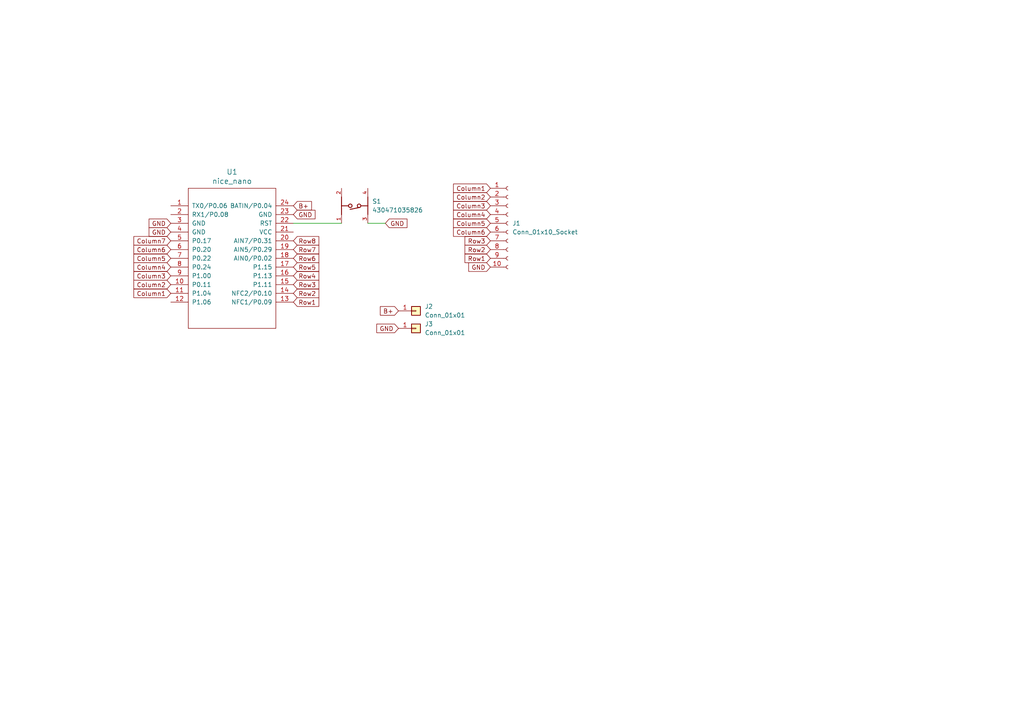
<source format=kicad_sch>
(kicad_sch (version 20230121) (generator eeschema)
  (paper "A4")
  (lib_symbols
    (symbol "Connector:Conn_01x10_Socket" (pin_names (offset 1.016) hide)
      (property "Reference" "J" (at 0 12.7 0))
      (property "Value" "Conn_01x10_Socket" (at 0 -15.24 0))
      (symbol "Conn_01x10_Socket_1_1"
        (arc (start 0 -12.192) (mid -0.5058 -12.7) (end 0 -13.208) (stroke (width 0.1524)))
        (arc (start 0 -9.652) (mid -0.5058 -10.16) (end 0 -10.668) (stroke (width 0.1524)))
        (arc (start 0 -7.112) (mid -0.5058 -7.62) (end 0 -8.128) (stroke (width 0.1524)))
        (arc (start 0 -4.572) (mid -0.5058 -5.08) (end 0 -5.588) (stroke (width 0.1524)))
        (arc (start 0 -2.032) (mid -0.5058 -2.54) (end 0 -3.048) (stroke (width 0.1524)))
        (polyline (pts (xy -1.27 -12.7) (xy -0.508 -12.7)) (stroke (width 0.1524)))
        (polyline (pts (xy -1.27 -10.16) (xy -0.508 -10.16)) (stroke (width 0.1524)))
        (polyline (pts (xy -1.27 -7.62) (xy -0.508 -7.62)) (stroke (width 0.1524)))
        (polyline (pts (xy -1.27 -5.08) (xy -0.508 -5.08)) (stroke (width 0.1524)))
        (polyline (pts (xy -1.27 -2.54) (xy -0.508 -2.54)) (stroke (width 0.1524)))
        (polyline (pts (xy -1.27 0) (xy -0.508 0)) (stroke (width 0.1524)))
        (polyline (pts (xy -1.27 2.54) (xy -0.508 2.54)) (stroke (width 0.1524)))
        (polyline (pts (xy -1.27 5.08) (xy -0.508 5.08)) (stroke (width 0.1524)))
        (polyline (pts (xy -1.27 7.62) (xy -0.508 7.62)) (stroke (width 0.1524)))
        (polyline (pts (xy -1.27 10.16) (xy -0.508 10.16)) (stroke (width 0.1524)))
        (arc (start 0 0.508) (mid -0.5058 0) (end 0 -0.508) (stroke (width 0.1524)))
        (arc (start 0 3.048) (mid -0.5058 2.54) (end 0 2.032) (stroke (width 0.1524)))
        (arc (start 0 5.588) (mid -0.5058 5.08) (end 0 4.572) (stroke (width 0.1524)))
        (arc (start 0 8.128) (mid -0.5058 7.62) (end 0 7.112) (stroke (width 0.1524)))
        (arc (start 0 10.668) (mid -0.5058 10.16) (end 0 9.652) (stroke (width 0.1524)))
        (pin passive line (at -5.08 10.16 0) (length 3.81) (name "Pin_1") (number "1"))
        (pin passive line (at -5.08 -12.7 0) (length 3.81) (name "Pin_10") (number "10"))
        (pin passive line (at -5.08 7.62 0) (length 3.81) (name "Pin_2") (number "2"))
        (pin passive line (at -5.08 5.08 0) (length 3.81) (name "Pin_3") (number "3"))
        (pin passive line (at -5.08 2.54 0) (length 3.81) (name "Pin_4") (number "4"))
        (pin passive line (at -5.08 0 0) (length 3.81) (name "Pin_5") (number "5"))
        (pin passive line (at -5.08 -2.54 0) (length 3.81) (name "Pin_6") (number "6"))
        (pin passive line (at -5.08 -5.08 0) (length 3.81) (name "Pin_7") (number "7"))
        (pin passive line (at -5.08 -7.62 0) (length 3.81) (name "Pin_8") (number "8"))
        (pin passive line (at -5.08 -10.16 0) (length 3.81) (name "Pin_9") (number "9"))
      )
    )
    (symbol "Connector_Generic:Conn_01x01" (pin_names (offset 1.016) hide)
      (property "Reference" "J" (at 0 2.54 0))
      (property "Value" "Conn_01x01" (at 0 -2.54 0))
      (symbol "Conn_01x01_1_1"
        (rectangle (start -1.27 0.127) (end 0 -0.127) (stroke (width 0.1524)))
        (rectangle (start -1.27 1.27) (end 1.27 -1.27) (stroke (width 0.254)) (fill (type background)))
        (pin passive line (at -5.08 0 0) (length 3.81) (name "Pin_1") (number "1"))
      )
    )
    (symbol "ResetSwitch:430471035826" (pin_names (offset 1.016))
      (property "Reference" "S" (at 0 5.842 0))
      (property "Value" "430471035826" (at 0 -5.08 0))
      (symbol "430471035826_0_0"
        (polyline (pts (xy -2.54 -2.54) (xy 0 -2.54)) (stroke (width 0.254)))
        (polyline (pts (xy -2.54 5.08) (xy 0 5.08)) (stroke (width 0.254)))
        (polyline (pts (xy -0.47 -0.2) (xy -1.04 2.61)) (stroke (width 0.254)))
        (polyline (pts (xy 0 -2.54) (xy 2.54 -2.54)) (stroke (width 0.254)))
        (polyline (pts (xy 0 -0.535) (xy 0 -2.54)) (stroke (width 0.254)))
        (polyline (pts (xy 0 3.075) (xy 0 5.08)) (stroke (width 0.254)))
        (polyline (pts (xy 0 5.08) (xy 2.54 5.08)) (stroke (width 0.254)))
        (circle (center 0 0) (radius 0.508) (stroke (width 0.254)))
        (circle (center 0 2.54) (radius 0.508) (stroke (width 0.254)))
        (pin passive line (at -5.08 5.08 0) (length 2.54) (name "~") (number "1"))
        (pin passive line (at 5.08 5.08 180) (length 2.54) (name "~") (number "2"))
        (pin passive line (at -5.08 -2.54 0) (length 2.54) (name "~") (number "3"))
        (pin passive line (at 5.08 -2.54 180) (length 2.54) (name "~") (number "4"))
      )
    )
    (symbol "nice_nano:nice_nano" (pin_names (offset 1.016))
      (property "Reference" "U" (at 0 0 0))
      (property "Value" "nice_nano" (at 0 2.54 0))
      (symbol "nice_nano_0_1"
        (rectangle (start -12.7 -21.59) (end 12.7 19.05))
      )
      (symbol "nice_nano_1_1"
        (pin input line (at -17.78 13.97 0) (length 5.08) (name "TX0/P0.06") (number "1"))
        (pin input line (at -17.78 -8.89 0) (length 5.08) (name "P0.11") (number "10"))
        (pin input line (at -17.78 -11.43 0) (length 5.08) (name "P1.04") (number "11"))
        (pin input line (at -17.78 -13.97 0) (length 5.08) (name "P1.06") (number "12"))
        (pin input line (at 17.78 -13.97 180) (length 5.08) (name "NFC1/P0.09") (number "13"))
        (pin input line (at 17.78 -11.43 180) (length 5.08) (name "NFC2/P0.10") (number "14"))
        (pin input line (at 17.78 -8.89 180) (length 5.08) (name "P1.11") (number "15"))
        (pin input line (at 17.78 -6.35 180) (length 5.08) (name "P1.13") (number "16"))
        (pin input line (at 17.78 -3.81 180) (length 5.08) (name "P1.15") (number "17"))
        (pin input line (at 17.78 -1.27 180) (length 5.08) (name "AIN0/P0.02") (number "18"))
        (pin input line (at 17.78 1.27 180) (length 5.08) (name "AIN5/P0.29") (number "19"))
        (pin input line (at -17.78 11.43 0) (length 5.08) (name "RX1/P0.08") (number "2"))
        (pin input line (at 17.78 3.81 180) (length 5.08) (name "AIN7/P0.31") (number "20"))
        (pin input line (at 17.78 6.35 180) (length 5.08) (name "VCC") (number "21"))
        (pin input line (at 17.78 8.89 180) (length 5.08) (name "RST") (number "22"))
        (pin input line (at 17.78 11.43 180) (length 5.08) (name "GND") (number "23"))
        (pin input line (at 17.78 13.97 180) (length 5.08) (name "BATIN/P0.04") (number "24"))
        (pin input line (at -17.78 8.89 0) (length 5.08) (name "GND") (number "3"))
        (pin input line (at -17.78 6.35 0) (length 5.08) (name "GND") (number "4"))
        (pin input line (at -17.78 3.81 0) (length 5.08) (name "P0.17") (number "5"))
        (pin input line (at -17.78 1.27 0) (length 5.08) (name "P0.20") (number "6"))
        (pin input line (at -17.78 -1.27 0) (length 5.08) (name "P0.22") (number "7"))
        (pin input line (at -17.78 -3.81 0) (length 5.08) (name "P0.24") (number "8"))
        (pin input line (at -17.78 -6.35 0) (length 5.08) (name "P1.00") (number "9"))
      )
    )
  )
  (wire (pts (xy 85.09 64.77) (xy 99.06 64.77)))
  (wire (pts (xy 106.68 64.77) (xy 111.76 64.77)))
  (global_label "Column1" (shape input) (at 49.53 85.09 180) (property "Intersheetrefs" "${INTERSHEET_REFS}" (effects hide)))
  (global_label "Column6" (shape input) (at 142.24 67.31 180) (property "Intersheetrefs" "${INTERSHEET_REFS}" (effects hide)))
  (global_label "Column1" (shape input) (at 142.24 54.61 180) (property "Intersheetrefs" "${INTERSHEET_REFS}" (effects hide)))
  (global_label "Column3" (shape input) (at 49.53 80.01 180) (property "Intersheetrefs" "${INTERSHEET_REFS}" (effects hide)))
  (global_label "Column3" (shape input) (at 142.24 59.69 180) (property "Intersheetrefs" "${INTERSHEET_REFS}" (effects hide)))
  (global_label "B+" (shape input) (at 115.57 90.17 180) (property "Intersheetrefs" "${INTERSHEET_REFS}" (effects hide)))
  (global_label "GND" (shape input) (at 85.09 62.23 0) (property "Intersheetrefs" "${INTERSHEET_REFS}" (effects hide)))
  (global_label "Row3" (shape input) (at 85.09 82.55 0) (property "Intersheetrefs" "${INTERSHEET_REFS}" (effects hide)))
  (global_label "Column2" (shape input) (at 49.53 82.55 180) (property "Intersheetrefs" "${INTERSHEET_REFS}" (effects hide)))
  (global_label "GND" (shape input) (at 49.53 67.31 180) (property "Intersheetrefs" "${INTERSHEET_REFS}" (effects hide)))
  (global_label "GND" (shape input) (at 142.24 77.47 180) (property "Intersheetrefs" "${INTERSHEET_REFS}" (effects hide)))
  (global_label "Column4" (shape input) (at 142.24 62.23 180) (property "Intersheetrefs" "${INTERSHEET_REFS}" (effects hide)))
  (global_label "Column6" (shape input) (at 49.53 72.39 180) (property "Intersheetrefs" "${INTERSHEET_REFS}" (effects hide)))
  (global_label "Row6" (shape input) (at 85.09 74.93 0) (property "Intersheetrefs" "${INTERSHEET_REFS}" (effects hide)))
  (global_label "Row2" (shape input) (at 142.24 72.39 180) (property "Intersheetrefs" "${INTERSHEET_REFS}" (effects hide)))
  (global_label "Row3" (shape input) (at 142.24 69.85 180) (property "Intersheetrefs" "${INTERSHEET_REFS}" (effects hide)))
  (global_label "Row1" (shape input) (at 142.24 74.93 180) (property "Intersheetrefs" "${INTERSHEET_REFS}" (effects hide)))
  (global_label "GND" (shape input) (at 115.57 95.25 180) (property "Intersheetrefs" "${INTERSHEET_REFS}" (effects hide)))
  (global_label "GND" (shape input) (at 49.53 64.77 180) (property "Intersheetrefs" "${INTERSHEET_REFS}" (effects hide)))
  (global_label "B+" (shape input) (at 85.09 59.69 0) (property "Intersheetrefs" "${INTERSHEET_REFS}" (effects hide)))
  (global_label "Row2" (shape input) (at 85.09 85.09 0) (property "Intersheetrefs" "${INTERSHEET_REFS}" (effects hide)))
  (global_label "Row7" (shape input) (at 85.09 72.39 0) (property "Intersheetrefs" "${INTERSHEET_REFS}" (effects hide)))
  (global_label "Row5" (shape input) (at 85.09 77.47 0) (property "Intersheetrefs" "${INTERSHEET_REFS}" (effects hide)))
  (global_label "Row1" (shape input) (at 85.09 87.63 0) (property "Intersheetrefs" "${INTERSHEET_REFS}" (effects hide)))
  (global_label "Column4" (shape input) (at 49.53 77.47 180) (property "Intersheetrefs" "${INTERSHEET_REFS}" (effects hide)))
  (global_label "Column7" (shape input) (at 49.53 69.85 180) (property "Intersheetrefs" "${INTERSHEET_REFS}" (effects hide)))
  (global_label "Column5" (shape input) (at 142.24 64.77 180) (property "Intersheetrefs" "${INTERSHEET_REFS}" (effects hide)))
  (global_label "Column2" (shape input) (at 142.24 57.15 180) (property "Intersheetrefs" "${INTERSHEET_REFS}" (effects hide)))
  (global_label "Row8" (shape input) (at 85.09 69.85 0) (property "Intersheetrefs" "${INTERSHEET_REFS}" (effects hide)))
  (global_label "Column5" (shape input) (at 49.53 74.93 180) (property "Intersheetrefs" "${INTERSHEET_REFS}" (effects hide)))
  (global_label "Row4" (shape input) (at 85.09 80.01 0) (property "Intersheetrefs" "${INTERSHEET_REFS}" (effects hide)))
  (global_label "GND" (shape input) (at 111.76 64.77 0) (property "Intersheetrefs" "${INTERSHEET_REFS}" (effects hide)))
  (symbol (lib_id "nice_nano:nice_nano") (at 67.31 73.66 0) (unit 1)
    (property "Reference" "U1" (at 67.31 49.8602 0) (effects (font (size 1.524 1.524))))
    (property "Value" "nice_nano" (at 67.31 52.5526 0) (effects (font (size 1.524 1.524))))
    (property "Footprint" "nice_nano:nice_nano" (effects hide))
  )
  (symbol (lib_id "Connector_Generic:Conn_01x01") (at 120.65 95.25 0) (unit 1)
    (property "Reference" "J3" (at 123.19 93.98 0) (effects (justify left)))
    (property "Value" "Conn_01x01" (at 123.19 96.52 0) (effects (justify left)))
    (property "Footprint" "Connector_Wire:SolderWire-0.5sqmm_1x01_D0.9mm_OD2.1mm" (effects hide))
  )
  (symbol (lib_id "Connector_Generic:Conn_01x01") (at 120.65 90.17 0) (unit 1)
    (property "Reference" "J2" (at 123.19 88.9 0) (effects (justify left)))
    (property "Value" "Conn_01x01" (at 123.19 91.44 0) (effects (justify left)))
    (property "Footprint" "Connector_Wire:SolderWire-0.5sqmm_1x01_D0.9mm_OD2.1mm" (effects hide))
  )
  (symbol (lib_id "ResetSwitch:430471035826") (at 104.14 59.69 90) (unit 1)
    (property "Reference" "S1" (at 107.95 58.42 90) (effects (justify right)))
    (property "Value" "430471035826" (at 107.95 60.96 90) (effects (justify right)))
    (property "Footprint" "ResetSwitch:430471035826" (effects hide))
    (property "MF" "Wurth Electronics Inc." (effects hide))
    (property "Description" "\nTactile Switch SPST-NO Top Actuated Surface Mount\n" (effects hide))
    (property "Package" "None" (effects hide))
    (property "Price" "None" (effects hide))
    (property "VALUE" "430471035826" (effects hide))
    (property "QTY" "2000" (effects hide))
    (property "SnapEDA_Link" "https://www.snapeda.com/parts/430471035826/Wurth+Electronics+Inc/view-part/?ref=snap" (effects hide))
    (property "DATASHEET-URL" "https://www.we-online.com/redexpert/spec/430471035826?ae" (effects hide))
    (property "MP" "430471035826" (effects hide))
    (property "PART-NUMBER" "430471035826" (effects hide))
    (property "OPERATION-FORCE" "260g" (effects hide))
    (property "HEIGHT" "3.5mm" (effects hide))
    (property "Availability" "In Stock" (effects hide))
    (property "Check_prices" "https://www.snapeda.com/parts/430471035826/Wurth+Electronics+Inc/view-part/?ref=eda" (effects hide))
  )
  (symbol (lib_id "Connector:Conn_01x10_Socket") (at 147.32 64.77 0) (unit 1)
    (property "Reference" "J1" (at 148.59 64.77 0) (effects (justify left)))
    (property "Value" "Conn_01x10_Socket" (at 148.59 67.31 0) (effects (justify left)))
    (property "Footprint" "connector:GCT_FFC2B28-10-G" (effects hide))
  )
)
</source>
